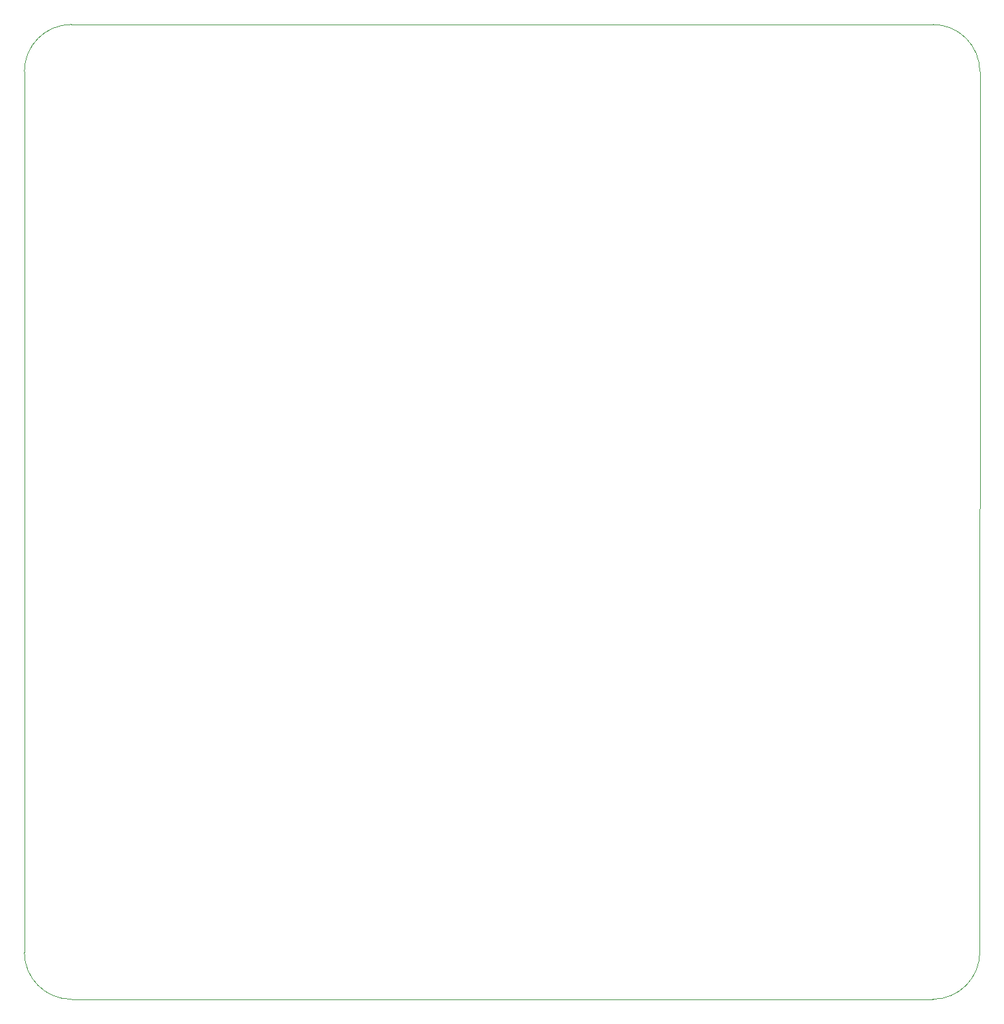
<source format=gm1>
%TF.GenerationSoftware,KiCad,Pcbnew,8.0.2*%
%TF.CreationDate,2024-05-16T19:26:28+09:30*%
%TF.ProjectId,power_and_monotoring,706f7765-725f-4616-9e64-5f6d6f6e6f74,rev?*%
%TF.SameCoordinates,Original*%
%TF.FileFunction,Profile,NP*%
%FSLAX46Y46*%
G04 Gerber Fmt 4.6, Leading zero omitted, Abs format (unit mm)*
G04 Created by KiCad (PCBNEW 8.0.2) date 2024-05-16 19:26:28*
%MOMM*%
%LPD*%
G01*
G04 APERTURE LIST*
%TA.AperFunction,Profile*%
%ADD10C,0.100000*%
%TD*%
G04 APERTURE END LIST*
D10*
X163300268Y-248153041D02*
G75*
G02*
X157310268Y-254153068I-5995068J-4959D01*
G01*
X154310268Y-254153041D02*
X47310149Y-254153040D01*
X157305320Y-129796800D02*
G75*
G02*
X163305400Y-135786800I5080J-5995000D01*
G01*
X41310149Y-248163040D02*
X41315200Y-135796800D01*
X47310149Y-254153040D02*
G75*
G02*
X41310160Y-248163040I-4949J5995040D01*
G01*
X47305200Y-129796800D02*
X157305320Y-129796800D01*
X157310268Y-254153041D02*
X154310268Y-254153041D01*
X163305320Y-135786800D02*
X163300268Y-248153041D01*
X41315200Y-135796800D02*
G75*
G02*
X47305200Y-129796800I5995060J4940D01*
G01*
M02*

</source>
